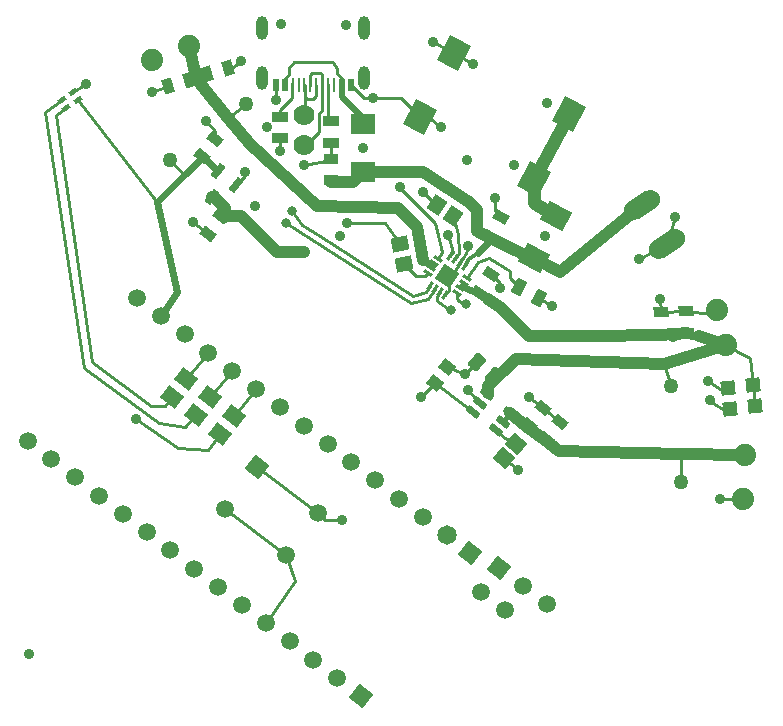
<source format=gtl>
%TF.GenerationSoftware,KiCad,Pcbnew,8.0.1*%
%TF.CreationDate,2025-11-28T14:34:22-07:00*%
%TF.ProjectId,F-UVC-Solar-WB_RevA1.1_PCB,462d5556-432d-4536-9f6c-61722d57425f,rev?*%
%TF.SameCoordinates,Original*%
%TF.FileFunction,Copper,L1,Top*%
%TF.FilePolarity,Positive*%
%FSLAX46Y46*%
G04 Gerber Fmt 4.6, Leading zero omitted, Abs format (unit mm)*
G04 Created by KiCad (PCBNEW 8.0.1) date 2025-11-28 14:34:22*
%MOMM*%
%LPD*%
G01*
G04 APERTURE LIST*
G04 Aperture macros list*
%AMRoundRect*
0 Rectangle with rounded corners*
0 $1 Rounding radius*
0 $2 $3 $4 $5 $6 $7 $8 $9 X,Y pos of 4 corners*
0 Add a 4 corners polygon primitive as box body*
4,1,4,$2,$3,$4,$5,$6,$7,$8,$9,$2,$3,0*
0 Add four circle primitives for the rounded corners*
1,1,$1+$1,$2,$3*
1,1,$1+$1,$4,$5*
1,1,$1+$1,$6,$7*
1,1,$1+$1,$8,$9*
0 Add four rect primitives between the rounded corners*
20,1,$1+$1,$2,$3,$4,$5,0*
20,1,$1+$1,$4,$5,$6,$7,0*
20,1,$1+$1,$6,$7,$8,$9,0*
20,1,$1+$1,$8,$9,$2,$3,0*%
%AMHorizOval*
0 Thick line with rounded ends*
0 $1 width*
0 $2 $3 position (X,Y) of the first rounded end (center of the circle)*
0 $4 $5 position (X,Y) of the second rounded end (center of the circle)*
0 Add line between two ends*
20,1,$1,$2,$3,$4,$5,0*
0 Add two circle primitives to create the rounded ends*
1,1,$1,$2,$3*
1,1,$1,$4,$5*%
%AMRotRect*
0 Rectangle, with rotation*
0 The origin of the aperture is its center*
0 $1 length*
0 $2 width*
0 $3 Rotation angle, in degrees counterclockwise*
0 Add horizontal line*
21,1,$1,$2,0,0,$3*%
G04 Aperture macros list end*
%TA.AperFunction,SMDPad,CuDef*%
%ADD10RotRect,1.200000X1.420000X281.601000*%
%TD*%
%TA.AperFunction,SMDPad,CuDef*%
%ADD11RotRect,1.300000X1.600000X232.000000*%
%TD*%
%TA.AperFunction,SMDPad,CuDef*%
%ADD12R,2.159000X1.778000*%
%TD*%
%TA.AperFunction,ComponentPad*%
%ADD13C,1.508000*%
%TD*%
%TA.AperFunction,ComponentPad*%
%ADD14RotRect,1.508000X1.508000X323.000000*%
%TD*%
%TA.AperFunction,SMDPad,CuDef*%
%ADD15RotRect,0.800000X0.280000X326.250000*%
%TD*%
%TA.AperFunction,SMDPad,CuDef*%
%ADD16RotRect,0.800000X0.280000X56.250000*%
%TD*%
%TA.AperFunction,SMDPad,CuDef*%
%ADD17RotRect,0.800000X0.280000X146.250000*%
%TD*%
%TA.AperFunction,SMDPad,CuDef*%
%ADD18RotRect,0.800000X0.280000X236.250000*%
%TD*%
%TA.AperFunction,SMDPad,CuDef*%
%ADD19RotRect,1.500000X1.500000X326.250000*%
%TD*%
%TA.AperFunction,ComponentPad*%
%ADD20C,1.879600*%
%TD*%
%TA.AperFunction,SMDPad,CuDef*%
%ADD21RoundRect,0.115000X0.575466X0.344222X-0.032917X0.669751X-0.575466X-0.344222X0.032917X-0.669751X0*%
%TD*%
%TA.AperFunction,SMDPad,CuDef*%
%ADD22RotRect,0.855600X1.250000X232.401000*%
%TD*%
%TA.AperFunction,ComponentPad*%
%ADD23C,1.778000*%
%TD*%
%TA.AperFunction,SMDPad,CuDef*%
%ADD24RotRect,0.855600X1.250000X56.000000*%
%TD*%
%TA.AperFunction,SMDPad,CuDef*%
%ADD25RotRect,0.700000X0.400000X214.400000*%
%TD*%
%TA.AperFunction,SMDPad,CuDef*%
%ADD26RoundRect,0.072500X-0.550124X0.168005X0.275192X-0.505106X0.550124X-0.168005X-0.275192X0.505106X0*%
%TD*%
%TA.AperFunction,SMDPad,CuDef*%
%ADD27RotRect,1.305598X1.449997X229.600000*%
%TD*%
%TA.AperFunction,SMDPad,CuDef*%
%ADD28RotRect,0.855600X1.250000X93.599000*%
%TD*%
%TA.AperFunction,SMDPad,CuDef*%
%ADD29RotRect,1.005599X1.199998X231.201000*%
%TD*%
%TA.AperFunction,SMDPad,CuDef*%
%ADD30RotRect,0.855600X1.250000X61.850000*%
%TD*%
%TA.AperFunction,SMDPad,CuDef*%
%ADD31RoundRect,0.635000X0.000010X0.000010X-0.000010X0.000010X-0.000010X-0.000010X0.000010X-0.000010X0*%
%TD*%
%TA.AperFunction,SMDPad,CuDef*%
%ADD32R,0.575000X1.119996*%
%TD*%
%TA.AperFunction,SMDPad,CuDef*%
%ADD33R,0.575000X1.119998*%
%TD*%
%TA.AperFunction,SMDPad,CuDef*%
%ADD34R,0.275000X1.150000*%
%TD*%
%TA.AperFunction,SMDPad,CuDef*%
%ADD35R,0.575000X1.120004*%
%TD*%
%TA.AperFunction,ComponentPad*%
%ADD36O,1.000000X2.000000*%
%TD*%
%TA.AperFunction,SMDPad,CuDef*%
%ADD37RoundRect,0.131250X0.660791X0.174918X0.057539X0.681124X-0.660791X-0.174918X-0.057539X-0.681124X0*%
%TD*%
%TA.AperFunction,SMDPad,CuDef*%
%ADD38RotRect,0.609600X1.320800X141.200000*%
%TD*%
%TA.AperFunction,SMDPad,CuDef*%
%ADD39RoundRect,0.635000X0.000007X0.000012X-0.000012X0.000007X-0.000007X-0.000012X0.000012X-0.000007X0*%
%TD*%
%TA.AperFunction,SMDPad,CuDef*%
%ADD40RotRect,0.855600X1.250000X231.201000*%
%TD*%
%TA.AperFunction,SMDPad,CuDef*%
%ADD41RotRect,2.400000X2.000000X241.850000*%
%TD*%
%TA.AperFunction,SMDPad,CuDef*%
%ADD42RotRect,0.855600X1.250000X51.600000*%
%TD*%
%TA.AperFunction,SMDPad,CuDef*%
%ADD43RotRect,1.200000X1.200000X5.600000*%
%TD*%
%TA.AperFunction,SMDPad,CuDef*%
%ADD44RotRect,0.855600X1.250000X196.400000*%
%TD*%
%TA.AperFunction,ComponentPad*%
%ADD45HorizOval,1.676400X0.697141X0.465375X-0.697141X-0.465375X0*%
%TD*%
%TA.AperFunction,SMDPad,CuDef*%
%ADD46R,1.250000X0.855600*%
%TD*%
%TA.AperFunction,SMDPad,CuDef*%
%ADD47RotRect,1.200000X1.420000X326.250000*%
%TD*%
%TA.AperFunction,SMDPad,CuDef*%
%ADD48RotRect,0.855600X1.250000X17.199000*%
%TD*%
%TA.AperFunction,SMDPad,CuDef*%
%ADD49RotRect,1.778000X2.159000X241.850000*%
%TD*%
%TA.AperFunction,SMDPad,CuDef*%
%ADD50RotRect,1.778000X2.159000X61.850000*%
%TD*%
%TA.AperFunction,SMDPad,CuDef*%
%ADD51R,1.346200X0.812800*%
%TD*%
%TA.AperFunction,ComponentPad*%
%ADD52C,1.500000*%
%TD*%
%TA.AperFunction,ComponentPad*%
%ADD53RotRect,1.500000X1.500000X232.577000*%
%TD*%
%TA.AperFunction,ComponentPad*%
%ADD54C,1.650000*%
%TD*%
%TA.AperFunction,ComponentPad*%
%ADD55RotRect,1.500000X1.500000X142.577000*%
%TD*%
%TA.AperFunction,ViaPad*%
%ADD56C,0.906400*%
%TD*%
%TA.AperFunction,ViaPad*%
%ADD57C,0.800100*%
%TD*%
%TA.AperFunction,ViaPad*%
%ADD58C,0.600000*%
%TD*%
%TA.AperFunction,Conductor*%
%ADD59C,1.016000*%
%TD*%
%TA.AperFunction,Conductor*%
%ADD60C,1.106000*%
%TD*%
%TA.AperFunction,Conductor*%
%ADD61C,0.254000*%
%TD*%
%TA.AperFunction,Conductor*%
%ADD62C,0.609600*%
%TD*%
%TA.AperFunction,Conductor*%
%ADD63C,0.250000*%
%TD*%
%TA.AperFunction,Conductor*%
%ADD64C,0.304800*%
%TD*%
%TA.AperFunction,Conductor*%
%ADD65C,0.508000*%
%TD*%
%TA.AperFunction,Conductor*%
%ADD66C,0.406400*%
%TD*%
G04 APERTURE END LIST*
D10*
%TO.P,R9,1*%
%TO.N,GND*%
X210601286Y-64256858D03*
%TO.P,R9,2*%
%TO.N,/~{CE}*%
X210937114Y-65892742D03*
%TD*%
D11*
%TO.P,R15,2*%
%TO.N,/PA3*%
X196604562Y-78785260D03*
%TO.P,R15,1*%
%TO.N,Net-(D5-Pad2)*%
X195434806Y-80282480D03*
%TD*%
D12*
%TO.P,D2,A,A*%
%TO.N,/VUSB*%
X207467200Y-54051200D03*
%TO.P,D2,C,C*%
%TO.N,VBUS*%
X207467200Y-58115202D03*
%TD*%
D13*
%TO.P,SW2,4*%
%TO.N,/PA12*%
X201020365Y-90601898D03*
%TO.P,SW2,3*%
X195829235Y-86690102D03*
%TO.P,SW2,2*%
%TO.N,GND*%
X203728533Y-87008038D03*
D14*
%TO.P,SW2,1*%
X198537403Y-83096242D03*
%TD*%
D15*
%TO.P,U2,1,TS*%
%TO.N,/THERM*%
X213815721Y-65464375D03*
%TO.P,U2,2,BAT*%
%TO.N,VLIPO*%
X213537939Y-65880106D03*
%TO.P,U2,3,BAT*%
X213260157Y-66295838D03*
%TO.P,U2,4,~{CE}*%
%TO.N,/~{CE}*%
X212982359Y-66711579D03*
D16*
%TO.P,U2,5,EN2*%
%TO.N,/EN2*%
X213189296Y-67751854D03*
%TO.P,U2,6,EN1*%
%TO.N,/EN1*%
X213605027Y-68029636D03*
%TO.P,U2,7,~{PGOOD}*%
%TO.N,/~{PGOOD}*%
X214020759Y-68307418D03*
%TO.P,U2,8,VSS*%
%TO.N,GND*%
X214436500Y-68585216D03*
D17*
%TO.P,U2,9,~{CHG}*%
%TO.N,/~{CHG}*%
X215476775Y-68378279D03*
%TO.P,U2,10,OUT*%
%TO.N,/OUT*%
X215754557Y-67962548D03*
%TO.P,U2,11,OUT*%
X216032339Y-67546816D03*
%TO.P,U2,12,ILIM*%
%TO.N,/ILIM*%
X216310137Y-67131075D03*
D18*
%TO.P,U2,13,IN*%
%TO.N,VBUS*%
X216103200Y-66090800D03*
%TO.P,U2,14,TMR*%
%TO.N,GND*%
X215687469Y-65813018D03*
%TO.P,U2,15,ITERM*%
%TO.N,/ITERM*%
X215271737Y-65535236D03*
%TO.P,U2,16,ISET*%
%TO.N,/ISET*%
X214855996Y-65257438D03*
D19*
%TO.P,U2,THERMAL,VSS*%
%TO.N,GND*%
X214646248Y-66921327D03*
%TD*%
D20*
%TO.P,-UVC1,1,1*%
%TO.N,GND*%
X239674400Y-85859320D03*
%TD*%
D21*
%TO.P,R7,1*%
%TO.N,GND*%
X222380839Y-68776552D03*
%TO.P,R7,2*%
%TO.N,/ILIM*%
X220696761Y-67875448D03*
%TD*%
D22*
%TO.P,C9,1*%
%TO.N,/OUT*%
X195485679Y-61901306D03*
%TO.P,C9,2*%
%TO.N,GND*%
X194353521Y-63371494D03*
%TD*%
D23*
%TO.P,JP1,1,1*%
%TO.N,/D+*%
X202539600Y-53340000D03*
%TO.P,JP1,2,2*%
%TO.N,/D-*%
X202539600Y-55880000D03*
%TD*%
D11*
%TO.P,R14,1*%
%TO.N,Net-(D5-Pad3)*%
X193352006Y-78707680D03*
%TO.P,R14,2*%
%TO.N,/PA1*%
X194521762Y-77210460D03*
%TD*%
D24*
%TO.P,C3,1*%
%TO.N,/OUT*%
X217300762Y-68340362D03*
%TO.P,C3,2*%
%TO.N,GND*%
X218338400Y-66802000D03*
%TD*%
D25*
%TO.P,D5,1*%
%TO.N,+3V3*%
X183391755Y-52010054D03*
%TO.P,D5,2*%
%TO.N,Net-(D5-Pad2)*%
X182973678Y-51399472D03*
%TO.P,D5,3*%
%TO.N,Net-(D5-Pad3)*%
X181983543Y-52077434D03*
%TO.P,D5,4*%
%TO.N,Net-(D5-Pad4)*%
X182401620Y-52688016D03*
%TD*%
D20*
%TO.P,+BATT1,1,1*%
%TO.N,VLIPO*%
X192735200Y-47498000D03*
%TD*%
D26*
%TO.P,U3,1,VIN*%
%TO.N,/OUT*%
X218033600Y-76962000D03*
%TO.P,U3,2,GND*%
%TO.N,GND*%
X217433174Y-77698200D03*
%TO.P,U3,3,ON*%
%TO.N,/PA8*%
X216832745Y-78434396D03*
%TO.P,U3,4,CT*%
%TO.N,Net-(U3-CT)*%
X218777856Y-80020792D03*
%TO.P,U3,5,QOD*%
%TO.N,VLOAD*%
X219378282Y-79284592D03*
%TO.P,U3,6,VOUT*%
X219978711Y-78548396D03*
%TD*%
D11*
%TO.P,R13,1*%
%TO.N,Net-(D5-Pad4)*%
X191370806Y-77183680D03*
%TO.P,R13,2*%
%TO.N,/PA0*%
X192540562Y-75686460D03*
%TD*%
D27*
%TO.P,C11,1*%
%TO.N,Net-(U3-CT)*%
X220472000Y-81127599D03*
%TO.P,C11,2*%
%TO.N,GND*%
X219431380Y-82350327D03*
%TD*%
D28*
%TO.P,C7,1*%
%TO.N,/OUT*%
X234953100Y-71730190D03*
%TO.P,C7,2*%
%TO.N,GND*%
X234836618Y-69878250D03*
%TD*%
D29*
%TO.P,R3,1*%
%TO.N,GND*%
X214656355Y-74671771D03*
%TO.P,R3,2*%
%TO.N,/PA8*%
X213587645Y-76001029D03*
%TD*%
D28*
%TO.P,C5,1*%
%TO.N,/OUT*%
X232875366Y-71875486D03*
%TO.P,C5,2*%
%TO.N,GND*%
X232758884Y-70023546D03*
%TD*%
D30*
%TO.P,C1,1*%
%TO.N,VBUS*%
X218307081Y-63606856D03*
%TO.P,C1,2*%
%TO.N,GND*%
X219182519Y-61970744D03*
%TD*%
D31*
%TO.P,TP3,P$1,1*%
%TO.N,+3V3*%
X191160400Y-57150000D03*
%TD*%
D32*
%TO.P,X2,A1B12,GND*%
%TO.N,GND*%
X206501599Y-50753198D03*
D33*
%TO.P,X2,A4B9,VBUS*%
%TO.N,/VUSB*%
X205701598Y-50753199D03*
D34*
%TO.P,X2,A5,CC1*%
%TO.N,/CC1*%
X204551598Y-50738194D03*
%TO.P,X2,A6,D+*%
%TO.N,/D+*%
X203551597Y-50738194D03*
%TO.P,X2,A7,D-*%
%TO.N,/D-*%
X203051606Y-50738200D03*
%TO.P,X2,A8,SBU1*%
%TO.N,unconnected-(X2-SBU1-PadA8)*%
X202051606Y-50738201D03*
D35*
%TO.P,X2,B1A12,GND*%
%TO.N,GND*%
X200101603Y-50753202D03*
D33*
%TO.P,X2,B4A9,VBUS*%
%TO.N,/VUSB*%
X200901591Y-50753199D03*
D34*
%TO.P,X2,B5,CC2*%
%TO.N,/CC2*%
X201551596Y-50738201D03*
%TO.P,X2,B6,D+*%
%TO.N,/D+*%
X202551599Y-50738193D03*
%TO.P,X2,B7,D-*%
%TO.N,/D-*%
X204051602Y-50738193D03*
%TO.P,X2,B8,SBU2*%
%TO.N,unconnected-(X2-SBU2-PadB8)*%
X205051591Y-50738202D03*
D36*
%TO.P,X2,M1*%
%TO.N,N/C*%
X207621599Y-50163196D03*
%TO.P,X2,M2*%
X198981603Y-50163199D03*
%TO.P,X2,M3*%
X207621597Y-45983201D03*
%TO.P,X2,M4*%
X198981600Y-45983201D03*
%TD*%
D37*
%TO.P,C10,1*%
%TO.N,/OUT*%
X218561438Y-75399207D03*
%TO.P,C10,2*%
%TO.N,GND*%
X217200962Y-74257593D03*
%TD*%
D38*
%TO.P,U1,1,GND*%
%TO.N,GND*%
X196719678Y-59246390D03*
%TO.P,U1,2,VOUT*%
%TO.N,+3V3*%
X195238937Y-58055844D03*
%TO.P,U1,3,VIN*%
%TO.N,/OUT*%
X194707051Y-60233485D03*
%TD*%
D20*
%TO.P,+UVC1,1,1*%
%TO.N,VLOAD*%
X239834257Y-82133986D03*
%TD*%
D39*
%TO.P,TP1,P$1,1*%
%TO.N,/OUT*%
X233591928Y-76214178D03*
%TD*%
D40*
%TO.P,C12,1*%
%TO.N,GND*%
X222707186Y-78130390D03*
%TO.P,C12,2*%
%TO.N,VLOAD*%
X221544486Y-79576550D03*
%TD*%
D41*
%TO.P,X1,1,PWR*%
%TO.N,Net-(D1-PadA)*%
X224949630Y-53225801D03*
%TO.P,X1,1',PWR*%
X222024593Y-58692431D03*
%TO.P,X1,2,GND*%
%TO.N,GND*%
X215250760Y-48036201D03*
%TO.P,X1,3,GNDBREAK*%
X212325712Y-53502838D03*
%TD*%
D42*
%TO.P,C4,1*%
%TO.N,+3V3*%
X193835299Y-56810309D03*
%TO.P,C4,2*%
%TO.N,GND*%
X194987901Y-55356091D03*
%TD*%
D43*
%TO.P,D4,A,A*%
%TO.N,/OUT*%
X240494378Y-76198276D03*
%TO.P,D4,C,C*%
%TO.N,Net-(D4-PadC)*%
X238404400Y-76403200D03*
%TD*%
%TO.P,D3,A,A*%
%TO.N,/OUT*%
X240669000Y-77977097D03*
%TO.P,D3,C,C*%
%TO.N,Net-(D3-PadC)*%
X238579022Y-78182021D03*
%TD*%
D44*
%TO.P,C6,1*%
%TO.N,VLIPO*%
X192769696Y-50318749D03*
%TO.P,C6,2*%
%TO.N,GND*%
X190989594Y-50842661D03*
%TD*%
D45*
%TO.P,JP3,1,1*%
%TO.N,GND*%
X233233919Y-64216822D03*
%TD*%
%TO.P,JP2,1,1*%
%TO.N,VBUS*%
X231104419Y-60935285D03*
%TD*%
D40*
%TO.P,C13,1*%
%TO.N,GND*%
X224180386Y-79298790D03*
%TO.P,C13,2*%
%TO.N,VLOAD*%
X223017686Y-80744950D03*
%TD*%
D46*
%TO.P,C2,1*%
%TO.N,VBUS*%
X204774800Y-58853200D03*
%TO.P,C2,2*%
%TO.N,GND*%
X204774800Y-56997600D03*
%TD*%
D31*
%TO.P,TP2,P$1,1*%
%TO.N,VLIPO*%
X197612000Y-52374800D03*
%TD*%
D47*
%TO.P,R8,1*%
%TO.N,GND*%
X213732523Y-60902499D03*
%TO.P,R8,2*%
%TO.N,/ITERM*%
X215121077Y-61830301D03*
%TD*%
D20*
%TO.P,-BATT1,1,1*%
%TO.N,GND*%
X189613503Y-48621136D03*
%TD*%
D48*
%TO.P,C8,1*%
%TO.N,VLIPO*%
X194314977Y-49858951D03*
%TO.P,C8,2*%
%TO.N,GND*%
X196087601Y-49310267D03*
%TD*%
D49*
%TO.P,D1,A,A*%
%TO.N,Net-(D1-PadA)*%
X223863069Y-61871951D03*
D50*
%TO.P,D1,C,C*%
%TO.N,VBUS*%
X221945746Y-65455238D03*
%TD*%
D51*
%TO.P,R2,1*%
%TO.N,GND*%
X204774800Y-55651400D03*
%TO.P,R2,2*%
%TO.N,/CC1*%
X204774800Y-53848000D03*
%TD*%
D39*
%TO.P,TP4,P$1,1*%
%TO.N,VLOAD*%
X234391200Y-84378800D03*
%TD*%
D51*
%TO.P,R1,1*%
%TO.N,GND*%
X200507600Y-55245000D03*
%TO.P,R1,2*%
%TO.N,/CC2*%
X200507600Y-53441600D03*
%TD*%
D20*
%TO.P,-SYS1,1,1*%
%TO.N,GND*%
X237439200Y-69799200D03*
%TD*%
%TO.P,+SYS1,1,1*%
%TO.N,/OUT*%
X238251667Y-72789594D03*
%TD*%
D52*
%TO.P,J1,35,GND*%
%TO.N,unconnected-(J1-GND-Pad35)*%
X217493217Y-93682017D03*
%TO.P,J1,34,+3V3_ST_LINK*%
%TO.N,/+3V3_ST_LINK*%
X219510413Y-95225545D03*
D53*
%TO.P,J1,33,SWDIO*%
%TO.N,/STM_JTMS*%
X219036767Y-91664819D03*
D52*
%TO.P,J1,32,SWCLK*%
%TO.N,/STM_JTCK*%
X221053964Y-93208367D03*
%TO.P,J1,31,31*%
%TO.N,unconnected-(J1-Pad31)*%
X223071146Y-94751917D03*
%TO.P,J1,30,GRN_LD3*%
%TO.N,/PB3*%
X188364556Y-68802297D03*
%TO.P,J1,29,29*%
%TO.N,+3V3*%
X190381742Y-70345852D03*
%TO.P,J1,28,28*%
%TO.N,/AVDD*%
X192398945Y-71889393D03*
%TO.P,J1,27,TriLED_B*%
%TO.N,/PA0*%
X194416136Y-73432929D03*
%TO.P,J1,26,TriLED_G*%
%TO.N,/PA1*%
X196433331Y-74976490D03*
%TO.P,J1,25,TriLED_R*%
%TO.N,/PA3*%
X198450516Y-76520042D03*
%TO.P,J1,24,24*%
%TO.N,/PA4*%
X200467719Y-78063566D03*
%TO.P,J1,23,23*%
%TO.N,/PA5*%
X202484903Y-79607117D03*
%TO.P,J1,22,22*%
%TO.N,/PA6*%
X204502102Y-81150663D03*
%TO.P,J1,21,21*%
%TO.N,/PA7*%
X206519295Y-82694204D03*
%TO.P,J1,20,20*%
%TO.N,/PA2*%
X208536504Y-84237744D03*
%TO.P,J1,19,19*%
%TO.N,/+5V*%
X210553684Y-85781298D03*
%TO.P,J1,18,18*%
%TO.N,/NRST*%
X212570884Y-87324832D03*
D54*
%TO.P,J1,17,17*%
%TO.N,GND*%
X214588073Y-88868384D03*
D55*
%TO.P,J1,16,16*%
%TO.N,/VIN*%
X216605266Y-90411945D03*
D52*
%TO.P,J1,15,15*%
%TO.N,/PB4*%
X179103284Y-80905470D03*
%TO.P,J1,14,14*%
%TO.N,/PB5*%
X181120484Y-82449017D03*
%TO.P,J1,13,13*%
%TO.N,/PA11*%
X183137674Y-83992569D03*
%TO.P,J1,12,LOAD_SW*%
%TO.N,/PA8*%
X185154870Y-85536099D03*
%TO.P,J1,11,11*%
%TO.N,/PF1*%
X187172061Y-87079656D03*
%TO.P,J1,10,10*%
%TO.N,/PF0*%
X189189254Y-88623197D03*
%TO.P,J1,9,9*%
%TO.N,/PB1*%
X191206454Y-90166741D03*
%TO.P,J1,8,8*%
%TO.N,/PB6*%
X193223639Y-91710277D03*
%TO.P,J1,7,7*%
%TO.N,/PB7*%
X195240834Y-93253820D03*
%TO.P,J1,6,6*%
%TO.N,/PB0*%
X197258010Y-94797379D03*
%TO.P,J1,5,Button*%
%TO.N,/PA12*%
X199275231Y-96340917D03*
%TO.P,J1,4,4*%
%TO.N,GND*%
X201292414Y-97884455D03*
%TO.P,J1,3,3*%
%TO.N,/NRST*%
X203309610Y-99428015D03*
%TO.P,J1,2,2*%
%TO.N,/PA10*%
X205326792Y-100971555D03*
D55*
%TO.P,J1,1,REED_SW*%
%TO.N,/PA9*%
X207344000Y-102515095D03*
%TD*%
D56*
%TO.N,/OUT*%
X220421200Y-73964800D03*
X202488800Y-64871600D03*
%TO.N,Net-(D3-PadC)*%
X236897474Y-77470638D03*
%TO.N,/ISET*%
X214731600Y-63449200D03*
D57*
%TO.N,/~{PGOOD}*%
X214934800Y-69850000D03*
%TO.N,/~{CHG}*%
X216204800Y-69291200D03*
D56*
%TO.N,Net-(D4-PadC)*%
X236731224Y-75846396D03*
D57*
%TO.N,/EN2*%
X201472800Y-61417200D03*
%TO.N,/EN1*%
X200979804Y-62482418D03*
D56*
%TO.N,GND*%
X199339200Y-54343300D03*
X221538800Y-77165200D03*
X205536800Y-63550800D03*
X200101200Y-52019200D03*
X233951065Y-61905717D03*
X218643200Y-60350400D03*
D58*
X214728968Y-67374584D03*
D56*
X213424567Y-47099976D03*
X216822853Y-48961646D03*
X212598000Y-59791600D03*
D58*
X214197158Y-67003836D03*
D56*
X205722484Y-87611070D03*
X202539600Y-57556400D03*
X197160464Y-48697555D03*
X189654116Y-51330430D03*
X230872717Y-65520255D03*
X198323200Y-61010800D03*
X216347111Y-57124227D03*
X223469200Y-69443600D03*
X206146400Y-62433200D03*
X220268800Y-57556400D03*
X214082891Y-54334663D03*
X237695416Y-85852000D03*
D58*
X214531438Y-66453793D03*
D56*
X208330800Y-51866800D03*
X219066256Y-67974058D03*
D58*
X215081482Y-66830618D03*
D56*
X193141600Y-62382400D03*
X216408000Y-76606400D03*
X216408000Y-64363600D03*
X197510400Y-58166000D03*
X232664355Y-68879091D03*
X223119792Y-52274584D03*
X206095600Y-45669200D03*
X216103200Y-75234800D03*
X222910400Y-63550800D03*
X179222400Y-98907600D03*
X194208400Y-53848000D03*
X207467200Y-56083200D03*
X220624400Y-83362800D03*
X200558400Y-45567600D03*
X200507600Y-56324500D03*
%TO.N,Net-(D5-Pad2)*%
X188247284Y-79025870D03*
X184075995Y-50708359D03*
%TO.N,/THERM*%
X210616800Y-59436000D03*
%TO.N,/PA8*%
X212394800Y-77216000D03*
%TD*%
D59*
%TO.N,VBUS*%
X224147540Y-66580860D02*
X231104419Y-60935285D01*
X221945746Y-65455238D02*
X224147540Y-66580860D01*
X220707618Y-64946108D02*
X221843600Y-65532000D01*
X220707618Y-64946108D02*
X218122836Y-63666747D01*
D60*
%TO.N,Net-(D1-PadA)*%
X222024593Y-60778556D02*
X223863069Y-61871951D01*
X222024593Y-58692431D02*
X222024593Y-60778556D01*
D61*
%TO.N,/ILIM*%
X217220800Y-65786000D02*
X216310137Y-67131075D01*
X218135200Y-65430400D02*
X217220800Y-65786000D01*
X219913200Y-66497200D02*
X218135200Y-65430400D01*
X219913200Y-67091887D02*
X219913200Y-66497200D01*
X220696761Y-67875448D02*
X219913200Y-67091887D01*
D62*
%TO.N,+3V3*%
X191770000Y-68275200D02*
X190381742Y-70345852D01*
X190094458Y-60654342D02*
X191770000Y-68275200D01*
D63*
%TO.N,/PA8*%
X212496400Y-77114400D02*
X212394800Y-77216000D01*
D61*
X212394800Y-77193874D02*
X213587645Y-76001029D01*
X212394800Y-77216000D02*
X212394800Y-77193874D01*
D63*
X212496400Y-77063600D02*
X212496400Y-77114400D01*
D61*
%TO.N,Net-(D5-Pad3)*%
X180543200Y-53035200D02*
X183878484Y-74707870D01*
X181983543Y-52077434D02*
X180543200Y-53035200D01*
%TO.N,Net-(D5-Pad4)*%
X181523301Y-53316507D02*
X184589684Y-74199870D01*
%TO.N,+3V3*%
X183391755Y-52010054D02*
X190094458Y-60654342D01*
%TO.N,/OUT*%
X240284000Y-73863200D02*
X240494378Y-76198276D01*
X239435860Y-73424552D02*
X240284000Y-73863200D01*
X239435860Y-73424552D02*
X238251667Y-72789594D01*
D59*
X233033632Y-74365011D02*
X220421200Y-73964800D01*
X226642482Y-72045495D02*
X232880237Y-71941875D01*
X218110754Y-76275246D02*
X218110754Y-76884846D01*
X220421200Y-73964800D02*
X218110754Y-76275246D01*
D62*
X235262905Y-72039995D02*
X235993142Y-72039995D01*
X234953100Y-71730190D02*
X235262905Y-72039995D01*
D61*
%TO.N,GND*%
X237702736Y-85859320D02*
X239674400Y-85859320D01*
X237695416Y-85852000D02*
X237702736Y-85859320D01*
%TO.N,VLOAD*%
X234391200Y-84378800D02*
X234442000Y-81997748D01*
D59*
X234442000Y-81997748D02*
X239834257Y-82133986D01*
X224129600Y-81737200D02*
X234442000Y-81997748D01*
D61*
%TO.N,GND*%
X223469200Y-69443600D02*
X222380839Y-68776552D01*
D59*
%TO.N,VBUS*%
X217119200Y-63144400D02*
X218122836Y-63666747D01*
X217119200Y-61366400D02*
X217119200Y-63144400D01*
X216458800Y-60706000D02*
X217119200Y-61366400D01*
X212571291Y-58115202D02*
X216458800Y-60706000D01*
X207467200Y-58115202D02*
X212571291Y-58115202D01*
D61*
%TO.N,GND*%
X218643200Y-60350400D02*
X218643200Y-61400315D01*
X218643200Y-61400315D02*
X219260251Y-62017366D01*
X211858910Y-53502838D02*
X211801874Y-53559874D01*
X212325712Y-53502838D02*
X211858910Y-53502838D01*
X208330800Y-51866800D02*
X210689674Y-51866800D01*
X210689674Y-51866800D02*
X212325712Y-53502838D01*
D59*
%TO.N,VLIPO*%
X193903600Y-50868273D02*
X193395670Y-50132497D01*
X196089046Y-53542154D02*
X193903600Y-50868273D01*
D64*
%TO.N,VBUS*%
X216103200Y-66090800D02*
X216509600Y-65481200D01*
X216509600Y-65481200D02*
X217220800Y-64973200D01*
D63*
X231140000Y-60756800D02*
X231104419Y-60935285D01*
D62*
X217220800Y-64973200D02*
X218122836Y-64071164D01*
D59*
X204774800Y-58941400D02*
X206641002Y-58941400D01*
D62*
X218122836Y-64071164D02*
X218122836Y-63666747D01*
D59*
X206641002Y-58941400D02*
X207467200Y-58115202D01*
D60*
%TO.N,Net-(D1-PadA)*%
X224949630Y-53225801D02*
X222024593Y-58692431D01*
D59*
%TO.N,/OUT*%
X235993142Y-72039995D02*
X238251667Y-72789594D01*
D62*
X215891058Y-67758258D02*
X216408000Y-68072000D01*
D59*
X197207415Y-61825415D02*
X195561594Y-61825415D01*
D63*
X232875385Y-71875484D02*
X232880237Y-71924977D01*
D59*
X195834000Y-61214000D02*
X194853485Y-60233485D01*
X221600695Y-72045495D02*
X219202000Y-69646800D01*
D63*
X234958305Y-71980977D02*
X235081062Y-71752038D01*
D61*
X233591928Y-76214178D02*
X233033632Y-74365011D01*
D62*
X216408000Y-68072000D02*
X217300762Y-68340362D01*
D59*
X232880237Y-71924977D02*
X233575515Y-71856805D01*
X237461194Y-73028251D02*
X238251667Y-72789594D01*
X200253600Y-64871600D02*
X197207415Y-61825415D01*
X233575515Y-71856805D02*
X233785450Y-72029246D01*
D61*
X240494377Y-76198276D02*
X240669000Y-77977097D01*
X240620133Y-76010423D02*
X240494377Y-76198276D01*
D63*
X216032339Y-67546816D02*
X215891058Y-67758258D01*
D59*
X226642482Y-72045495D02*
X221600695Y-72045495D01*
X202488800Y-64871600D02*
X200253600Y-64871600D01*
X195834000Y-61926409D02*
X195834000Y-61214000D01*
X218084400Y-68884800D02*
X219202000Y-69646800D01*
X194853485Y-60233485D02*
X194707051Y-60233485D01*
X233905695Y-71882857D02*
X234957968Y-71779680D01*
D63*
X215891058Y-67758258D02*
X215754557Y-67962548D01*
D59*
X233033632Y-74365011D02*
X238251667Y-72789594D01*
D62*
X217300762Y-68340362D02*
X218084400Y-68884800D01*
D59*
X233785450Y-72029246D02*
X233905695Y-71882857D01*
D61*
X240473941Y-76181489D02*
X240494377Y-76198276D01*
%TO.N,Net-(D3-PadC)*%
X238084819Y-78279876D02*
X238389983Y-78219451D01*
X236897474Y-77470638D02*
X236900757Y-77487214D01*
D63*
X238389983Y-78219451D02*
X238579022Y-78182022D01*
D61*
X236900757Y-77487214D02*
X238084819Y-78279876D01*
%TO.N,/ISET*%
X214731600Y-63449200D02*
X214855996Y-63573596D01*
X215092925Y-64899497D02*
X214731600Y-63449200D01*
X214855996Y-65257438D02*
X215092925Y-64899497D01*
%TO.N,/ITERM*%
X215544400Y-63347600D02*
X215121080Y-61830297D01*
X215646000Y-64973200D02*
X215544400Y-63347600D01*
X215271737Y-65535235D02*
X215646000Y-64973200D01*
%TO.N,/~{CE}*%
X212982359Y-66711579D02*
X212739538Y-66954400D01*
X212739538Y-66954400D02*
X211998753Y-66954400D01*
X211998753Y-66954400D02*
X210937099Y-65892746D01*
%TO.N,/~{PGOOD}*%
X214020759Y-68307418D02*
X213757987Y-68696292D01*
X213756732Y-69066806D02*
X214833200Y-69799200D01*
X213757987Y-68696292D02*
X213756732Y-69066806D01*
%TO.N,/~{CHG}*%
X215476775Y-68378279D02*
X215476775Y-68867975D01*
X215476775Y-68867975D02*
X215646000Y-69037200D01*
X215646000Y-69037200D02*
X216204800Y-69291200D01*
%TO.N,Net-(D4-PadC)*%
X236734171Y-75861281D02*
X237740148Y-76534725D01*
X237740148Y-76534725D02*
X238315562Y-76420790D01*
D63*
X238315562Y-76420790D02*
X238404398Y-76403200D01*
D61*
X236731224Y-75846396D02*
X236734171Y-75861281D01*
%TO.N,/EN2*%
X202336400Y-62585600D02*
X201472800Y-61417200D01*
X213189296Y-67751854D02*
X212801200Y-68326000D01*
X212801200Y-68326000D02*
X211734400Y-68630800D01*
X211734400Y-68630800D02*
X203860400Y-63550800D01*
X203860400Y-63550800D02*
X202336400Y-62585600D01*
%TO.N,/EN1*%
X211582000Y-69240400D02*
X200979804Y-62482418D01*
X213037482Y-68857020D02*
X211582000Y-69240400D01*
X213605027Y-68029636D02*
X213037482Y-68857020D01*
%TO.N,Net-(D5-Pad3)*%
X183878484Y-74707870D02*
X190228484Y-79381470D01*
X192463684Y-79686270D02*
X193352004Y-78707682D01*
X190228484Y-79381470D02*
X192463684Y-79686270D01*
D63*
%TO.N,GND*%
X194987901Y-54627501D02*
X194208400Y-53848000D01*
D61*
X204331565Y-87611070D02*
X205722484Y-87611070D01*
X204774800Y-57085800D02*
X202539600Y-57556400D01*
X217200952Y-74257601D02*
X216103200Y-75234800D01*
X200101200Y-52019200D02*
X200101603Y-52018797D01*
X213708903Y-60902503D02*
X212598000Y-59791600D01*
X222707200Y-78130400D02*
X224180400Y-79298800D01*
X219431380Y-82350326D02*
X220624400Y-83362800D01*
X212990817Y-53437624D02*
X214082891Y-54334663D01*
X213732520Y-60902503D02*
X213708903Y-60902503D01*
X216103200Y-75234800D02*
X214656367Y-74671780D01*
X196379689Y-49338891D02*
X196087597Y-49310251D01*
X214436500Y-68585216D02*
X214750098Y-68111707D01*
X208330800Y-51866800D02*
X207630202Y-51866800D01*
X230872717Y-65520255D02*
X233233919Y-64216822D01*
X200101603Y-52018797D02*
X200101603Y-50738204D01*
X194353508Y-63371484D02*
X193141600Y-62382400D01*
X198537403Y-83096242D02*
X203728533Y-87008038D01*
X210601301Y-64256854D02*
X209346800Y-62433200D01*
X197510400Y-58455668D02*
X197510400Y-58166000D01*
X216865200Y-77216000D02*
X216408000Y-76606400D01*
X204774800Y-55651400D02*
X204774800Y-57085800D01*
X215250760Y-48036201D02*
X216822853Y-48961646D01*
X219066256Y-67974058D02*
X219066256Y-67529856D01*
X215250760Y-48036201D02*
X213424567Y-47099976D01*
X234836600Y-69878252D02*
X237645652Y-70272573D01*
X207630202Y-51866800D02*
X206501599Y-50738197D01*
X234836600Y-69878252D02*
X232758867Y-70023549D01*
X233233919Y-64216822D02*
X233951065Y-61905717D01*
X196719678Y-59246390D02*
X197510400Y-58455668D01*
X217433174Y-77698200D02*
X216865200Y-77216000D01*
X222707200Y-78130400D02*
X221538800Y-77165200D01*
D63*
X194987901Y-55356090D02*
X194987901Y-54627501D01*
D61*
X203728533Y-87008038D02*
X204331565Y-87611070D01*
X219066256Y-67529856D02*
X218338400Y-66802000D01*
X214646248Y-66921327D02*
X215133145Y-66819653D01*
X232648540Y-68898343D02*
X232758867Y-70023549D01*
X215687469Y-65813018D02*
X216204800Y-65024000D01*
X209346800Y-62433200D02*
X206146400Y-62433200D01*
X197160464Y-48697555D02*
X196379689Y-49338891D01*
X190989593Y-50842662D02*
X189654116Y-51330430D01*
X214750098Y-68111707D02*
X214646248Y-66921327D01*
X200507600Y-55245000D02*
X200507600Y-56324500D01*
X214658870Y-66921327D02*
X214646248Y-66921327D01*
X216204800Y-65024000D02*
X216408000Y-64363600D01*
X215687469Y-65813018D02*
X215169976Y-66576909D01*
%TO.N,Net-(D5-Pad2)*%
X182973678Y-51399472D02*
X183863850Y-50789645D01*
X191803284Y-81464270D02*
X194343284Y-81667470D01*
X188247284Y-79025870D02*
X191803284Y-81464270D01*
X194343284Y-81667470D02*
X195434804Y-80282482D01*
D59*
%TO.N,VLIPO*%
X210464400Y-61163200D02*
X203606400Y-61010800D01*
X193395670Y-50132497D02*
X192735200Y-47498000D01*
D62*
X213382275Y-66113075D02*
X212598000Y-65582800D01*
D61*
X197612000Y-52374800D02*
X196089046Y-53542154D01*
D59*
X197916800Y-55778400D02*
X196089046Y-53542154D01*
X212598000Y-65582800D02*
X212039200Y-62788800D01*
D62*
X192769697Y-50318749D02*
X194314977Y-49858951D01*
D59*
X212039200Y-62788800D02*
X210464400Y-61163200D01*
X203606400Y-61010800D02*
X197916800Y-55778400D01*
D63*
X213260157Y-66295838D02*
X213382275Y-66113075D01*
X213382275Y-66113075D02*
X213537939Y-65880106D01*
D61*
%TO.N,Net-(D5-Pad4)*%
X189517284Y-77908270D02*
X190736484Y-77959070D01*
X184589684Y-74199870D02*
X189517284Y-77908270D01*
X190736484Y-77959070D02*
X191370804Y-77183682D01*
X182401620Y-52688016D02*
X181523301Y-53316507D01*
%TO.N,/CC2*%
X201523602Y-51866798D02*
X200507600Y-52882800D01*
X201523602Y-50611199D02*
X201523602Y-51866798D01*
X200507600Y-52882800D02*
X200507600Y-53441600D01*
%TO.N,/CC1*%
X204774800Y-53848000D02*
X205130400Y-53848000D01*
X204571599Y-50645299D02*
X204571599Y-53644799D01*
X204571599Y-53644799D02*
X204774800Y-53848000D01*
%TO.N,/D+*%
X202555602Y-51717200D02*
X202555602Y-53344198D01*
X203555599Y-50805200D02*
X203555601Y-51709200D01*
X202555601Y-50805200D02*
X202555602Y-51717200D01*
X203555601Y-51709200D02*
X203305599Y-51959199D01*
X202797600Y-51959200D02*
X202555602Y-51717200D01*
X203305599Y-51959199D02*
X202797600Y-51959200D01*
%TO.N,/VUSB*%
X204927200Y-48818800D02*
X201676000Y-48818800D01*
X205701598Y-50202798D02*
X205333600Y-49834800D01*
X201218800Y-49885600D02*
X201218800Y-49326800D01*
D65*
X207467200Y-53543200D02*
X207467200Y-54051200D01*
D61*
X201218800Y-49326800D02*
X201676000Y-48818800D01*
D65*
X205701598Y-51752802D02*
X205689200Y-51765200D01*
D61*
X200901591Y-50202809D02*
X200901591Y-50738198D01*
X201218800Y-49885600D02*
X200901591Y-50202809D01*
D65*
X205689200Y-51765200D02*
X207467200Y-53543200D01*
D61*
X205333600Y-49834800D02*
X205333600Y-49377600D01*
X205701598Y-50738198D02*
X205701598Y-50202798D01*
D65*
X205701598Y-50738198D02*
X205701598Y-51752802D01*
D61*
X205333600Y-49377600D02*
X204927200Y-48818800D01*
%TO.N,/D-*%
X204063600Y-49885600D02*
X204063591Y-50878606D01*
X203766795Y-54754407D02*
X202539598Y-55981602D01*
X203766798Y-53197852D02*
X203766795Y-54754407D01*
X203051598Y-49881602D02*
X203174599Y-49758601D01*
X204051598Y-50890602D02*
X204051599Y-52913057D01*
X203936598Y-49758595D02*
X204063600Y-49885600D01*
X203051598Y-50890602D02*
X203051598Y-49881602D01*
X203174599Y-49758601D02*
X203936598Y-49758595D01*
X204051599Y-52913057D02*
X203766798Y-53197852D01*
%TO.N,/THERM*%
X214223600Y-64871600D02*
X213815721Y-65464375D01*
X210616800Y-59486800D02*
X213614000Y-62484000D01*
X213766400Y-63093600D02*
X214223600Y-64871600D01*
X213614000Y-62484000D02*
X213766400Y-63093600D01*
X210616800Y-59436000D02*
X210616800Y-59486800D01*
%TO.N,/PA12*%
X201709284Y-92792670D02*
X199275231Y-96340917D01*
X201020365Y-90601898D02*
X201709284Y-92792670D01*
X195829235Y-86690102D02*
X201020365Y-90601898D01*
%TO.N,/PA1*%
X194521764Y-77210458D02*
X196433331Y-74976490D01*
%TO.N,/PA0*%
X192540564Y-75686458D02*
X194416136Y-73432929D01*
%TO.N,/PA3*%
X196604564Y-78785258D02*
X198450516Y-76520042D01*
D62*
%TO.N,+3V3*%
X191160400Y-59586809D02*
X192353404Y-58393804D01*
X190094458Y-60654342D02*
X191160400Y-59588400D01*
D61*
X191160400Y-57150000D02*
X192353404Y-58393804D01*
D62*
X193835299Y-56911910D02*
X193835299Y-56810310D01*
X191160400Y-59588400D02*
X191160400Y-59586809D01*
X192353404Y-58393804D02*
X193835299Y-56911910D01*
X193835299Y-56810310D02*
X195238937Y-58055844D01*
D61*
%TO.N,Net-(U3-CT)*%
X218777856Y-80020792D02*
X219506800Y-80619600D01*
X219506800Y-80619600D02*
X220472000Y-81127600D01*
D59*
%TO.N,VLOAD*%
X219978711Y-78548396D02*
X221414636Y-79717070D01*
X221414636Y-79717070D02*
X222951054Y-80811557D01*
X222951054Y-80811557D02*
X224129600Y-81737200D01*
D66*
X219378282Y-79284592D02*
X219978711Y-78548396D01*
D61*
%TO.N,/PA8*%
X216091482Y-77837318D02*
X213587633Y-76001020D01*
X216832745Y-78434396D02*
X216091482Y-77837318D01*
%TD*%
M02*

</source>
